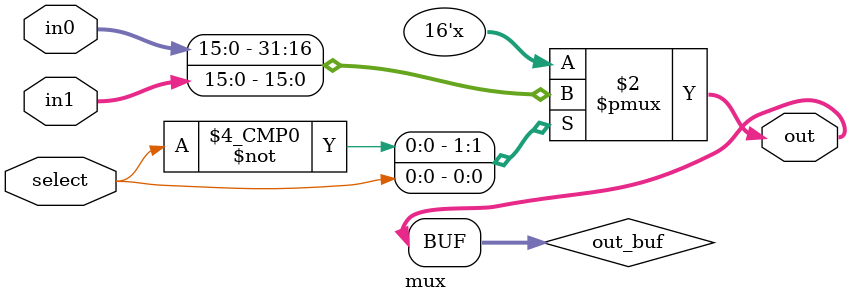
<source format=v>
`timescale 1ns/1ps
`define MEM_DEPTH  1024
`define MEM_WIDTH  8
`define WORD_WIDTH 16

/*
 * Address Multiplexer (8:1)
 * 0: RNG AKO BOSS
 * 1: WINNERPOLICY AKO BOSS
 */

module mux(select, out, in0, in1);
	input select;
	input[`WORD_WIDTH-1:0] in0, in1;
	output[`WORD_WIDTH-1:0] out;

	reg [`WORD_WIDTH-1:0] out_buf;

	always @(*) begin
		case(select)
			0 : out_buf = in0;
			1 : out_buf = in1;
			2 : out_buf = in2;
			3 : out_buf = in3;
			4 : out_buf = in4;
			5 : out_buf = in5;
			6 : out_buf = in6;
			7 : out_buf = in7;
		endcase
	end
	assign out = out_buf;
endmodule
</source>
